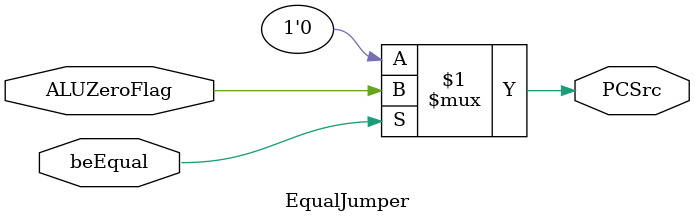
<source format=v>
`timescale 1ps/1ps
module EqualJumper(
    ALUZeroFlag,
    beEqual,
    PCSrc
    );
    
    input ALUZeroFlag;
    input beEqual;
    
    output PCSrc;
    
    assign PCSrc = beEqual ? (ALUZeroFlag) : 1'b0; //1'b0 acts like branch for beEqual.
   
endmodule
</source>
